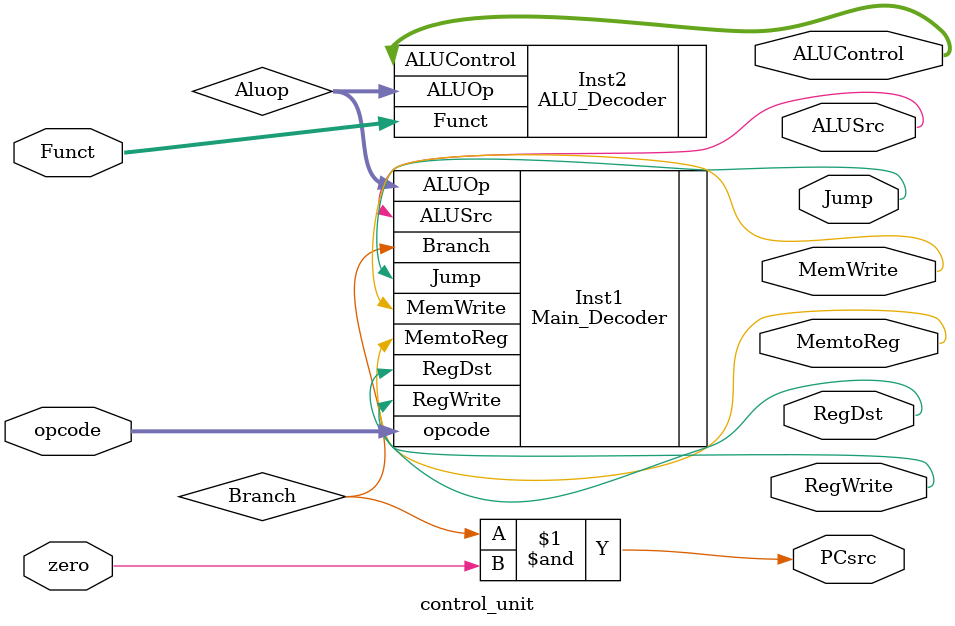
<source format=v>

/*
// Module: control_unit.v
// Description: Control unit verilog code //
// Owner : Mohamed Ayman
// Date :  March 2022
*/

module control_unit (
    output  wire             MemtoReg,MemWrite,ALUSrc,RegDst,RegWrite,Jump,PCsrc,
    output  wire    [2:0]    ALUControl,
    input   wire    [5:0]    Funct,
    input   wire    [5:0]    opcode,
    input   wire             zero
);



wire    [1:0]   Aluop;
wire            Branch;

assign PCsrc = Branch & zero;


Main_Decoder Inst1 (
    .MemtoReg (MemtoReg),
    .MemWrite (MemWrite),
    .Branch (Branch),
    .ALUSrc (ALUSrc),
    .RegDst (RegDst),
    .RegWrite (RegWrite),
    .Jump (Jump),
    .opcode (opcode),
    .ALUOp (Aluop)
);

ALU_Decoder Inst2 (
    .Funct (Funct),
    .ALUOp (Aluop),
    .ALUControl (ALUControl)
);


endmodule
</source>
